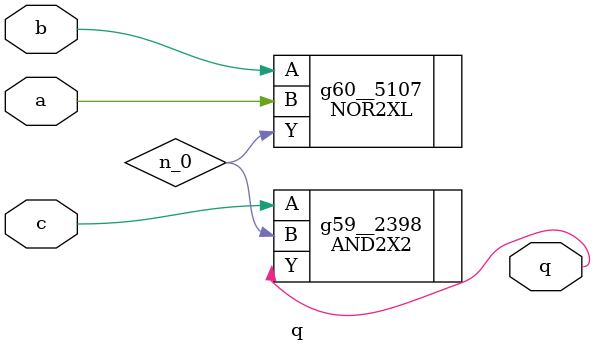
<source format=v>


// Verification Directory fv/q 

module q(a, b, c, q);
  input a, b, c;
  output q;
  wire a, b, c;
  wire q;
  wire n_0;
  AND2X2 g59__2398(.A (c), .B (n_0), .Y (q));
  NOR2XL g60__5107(.A (b), .B (a), .Y (n_0));
endmodule


</source>
